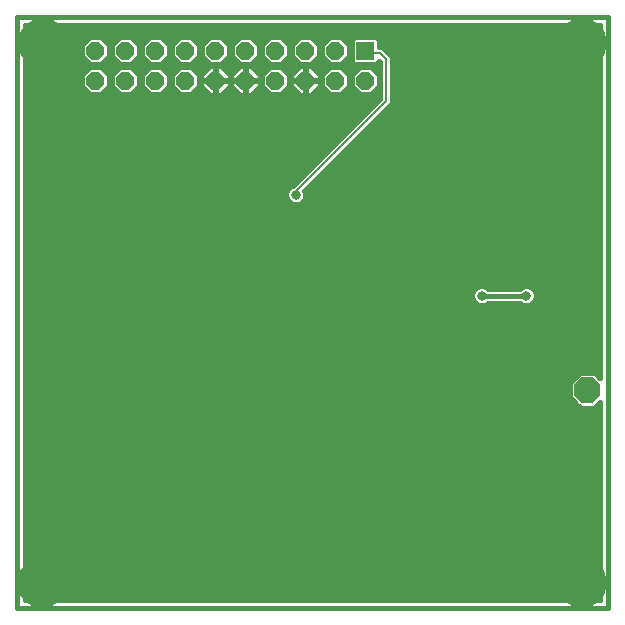
<source format=gbl>
G75*
%MOIN*%
%OFA0B0*%
%FSLAX25Y25*%
%IPPOS*%
%LPD*%
%AMOC8*
5,1,8,0,0,1.08239X$1,22.5*
%
%ADD10C,0.01600*%
%ADD11R,0.06000X0.06000*%
%ADD12OC8,0.06000*%
%ADD13OC8,0.08500*%
%ADD14C,0.03169*%
%ADD15C,0.16598*%
%ADD16C,0.00800*%
D10*
X0001800Y0001800D02*
X0198650Y0001800D01*
X0198650Y0198650D01*
X0001800Y0198650D01*
X0001800Y0001800D01*
X0004400Y0004400D02*
X0004400Y0196050D01*
X0196050Y0196050D01*
X0196050Y0078323D01*
X0194223Y0080150D01*
X0189377Y0080150D01*
X0185950Y0076723D01*
X0185950Y0071877D01*
X0189377Y0068450D01*
X0194223Y0068450D01*
X0196050Y0070277D01*
X0196050Y0004400D01*
X0004400Y0004400D01*
X0004400Y0004997D02*
X0196050Y0004997D01*
X0196050Y0006596D02*
X0004400Y0006596D01*
X0004400Y0008194D02*
X0196050Y0008194D01*
X0196050Y0009793D02*
X0004400Y0009793D01*
X0004400Y0011391D02*
X0196050Y0011391D01*
X0196050Y0012990D02*
X0004400Y0012990D01*
X0004400Y0014588D02*
X0196050Y0014588D01*
X0196050Y0016187D02*
X0004400Y0016187D01*
X0004400Y0017785D02*
X0196050Y0017785D01*
X0196050Y0019384D02*
X0004400Y0019384D01*
X0004400Y0020982D02*
X0196050Y0020982D01*
X0196050Y0022581D02*
X0004400Y0022581D01*
X0004400Y0024179D02*
X0196050Y0024179D01*
X0196050Y0025778D02*
X0004400Y0025778D01*
X0004400Y0027376D02*
X0196050Y0027376D01*
X0196050Y0028975D02*
X0004400Y0028975D01*
X0004400Y0030573D02*
X0196050Y0030573D01*
X0196050Y0032172D02*
X0004400Y0032172D01*
X0004400Y0033770D02*
X0196050Y0033770D01*
X0196050Y0035369D02*
X0004400Y0035369D01*
X0004400Y0036967D02*
X0196050Y0036967D01*
X0196050Y0038566D02*
X0004400Y0038566D01*
X0004400Y0040164D02*
X0196050Y0040164D01*
X0196050Y0041763D02*
X0004400Y0041763D01*
X0004400Y0043361D02*
X0196050Y0043361D01*
X0196050Y0044960D02*
X0004400Y0044960D01*
X0004400Y0046558D02*
X0196050Y0046558D01*
X0196050Y0048157D02*
X0004400Y0048157D01*
X0004400Y0049755D02*
X0196050Y0049755D01*
X0196050Y0051354D02*
X0004400Y0051354D01*
X0004400Y0052952D02*
X0196050Y0052952D01*
X0196050Y0054551D02*
X0004400Y0054551D01*
X0004400Y0056149D02*
X0196050Y0056149D01*
X0196050Y0057748D02*
X0004400Y0057748D01*
X0004400Y0059346D02*
X0196050Y0059346D01*
X0196050Y0060945D02*
X0004400Y0060945D01*
X0004400Y0062543D02*
X0196050Y0062543D01*
X0196050Y0064142D02*
X0004400Y0064142D01*
X0004400Y0065740D02*
X0196050Y0065740D01*
X0196050Y0067339D02*
X0004400Y0067339D01*
X0004400Y0068937D02*
X0188889Y0068937D01*
X0187291Y0070536D02*
X0004400Y0070536D01*
X0004400Y0072134D02*
X0185950Y0072134D01*
X0185950Y0073733D02*
X0004400Y0073733D01*
X0004400Y0075332D02*
X0185950Y0075332D01*
X0186157Y0076930D02*
X0004400Y0076930D01*
X0004400Y0078529D02*
X0187755Y0078529D01*
X0189354Y0080127D02*
X0004400Y0080127D01*
X0004400Y0081726D02*
X0196050Y0081726D01*
X0196050Y0083324D02*
X0004400Y0083324D01*
X0004400Y0084923D02*
X0196050Y0084923D01*
X0196050Y0086521D02*
X0004400Y0086521D01*
X0004400Y0088120D02*
X0196050Y0088120D01*
X0196050Y0089718D02*
X0004400Y0089718D01*
X0004400Y0091317D02*
X0196050Y0091317D01*
X0196050Y0092915D02*
X0004400Y0092915D01*
X0004400Y0094514D02*
X0196050Y0094514D01*
X0196050Y0096112D02*
X0004400Y0096112D01*
X0004400Y0097711D02*
X0196050Y0097711D01*
X0196050Y0099309D02*
X0004400Y0099309D01*
X0004400Y0100908D02*
X0196050Y0100908D01*
X0196050Y0102506D02*
X0004400Y0102506D01*
X0004400Y0104105D02*
X0153856Y0104105D01*
X0153901Y0103996D02*
X0154796Y0103101D01*
X0155967Y0102616D01*
X0157233Y0102616D01*
X0158404Y0103101D01*
X0158703Y0103400D01*
X0169297Y0103400D01*
X0169596Y0103101D01*
X0170767Y0102616D01*
X0172033Y0102616D01*
X0173204Y0103101D01*
X0174099Y0103996D01*
X0174584Y0105167D01*
X0174584Y0106433D01*
X0174099Y0107604D01*
X0173204Y0108499D01*
X0172033Y0108984D01*
X0170767Y0108984D01*
X0169596Y0108499D01*
X0169297Y0108200D01*
X0158703Y0108200D01*
X0158404Y0108499D01*
X0157233Y0108984D01*
X0155967Y0108984D01*
X0154796Y0108499D01*
X0153901Y0107604D01*
X0153416Y0106433D01*
X0153416Y0105167D01*
X0153901Y0103996D01*
X0153416Y0105703D02*
X0004400Y0105703D01*
X0004400Y0107302D02*
X0153775Y0107302D01*
X0155764Y0108900D02*
X0004400Y0108900D01*
X0004400Y0110499D02*
X0196050Y0110499D01*
X0196050Y0112097D02*
X0004400Y0112097D01*
X0004400Y0113696D02*
X0196050Y0113696D01*
X0196050Y0115294D02*
X0004400Y0115294D01*
X0004400Y0116893D02*
X0196050Y0116893D01*
X0196050Y0118491D02*
X0004400Y0118491D01*
X0004400Y0120090D02*
X0196050Y0120090D01*
X0196050Y0121688D02*
X0004400Y0121688D01*
X0004400Y0123287D02*
X0196050Y0123287D01*
X0196050Y0124885D02*
X0004400Y0124885D01*
X0004400Y0126484D02*
X0196050Y0126484D01*
X0196050Y0128082D02*
X0004400Y0128082D01*
X0004400Y0129681D02*
X0196050Y0129681D01*
X0196050Y0131279D02*
X0004400Y0131279D01*
X0004400Y0132878D02*
X0196050Y0132878D01*
X0196050Y0134476D02*
X0004400Y0134476D01*
X0004400Y0136075D02*
X0196050Y0136075D01*
X0196050Y0137673D02*
X0097331Y0137673D01*
X0097299Y0137596D02*
X0097784Y0138767D01*
X0097784Y0140033D01*
X0097514Y0140686D01*
X0125428Y0168600D01*
X0126600Y0169772D01*
X0126600Y0185428D01*
X0124600Y0187428D01*
X0123428Y0188600D01*
X0122463Y0188600D01*
X0122463Y0191191D01*
X0121526Y0192128D01*
X0114200Y0192128D01*
X0113263Y0191191D01*
X0113263Y0183866D01*
X0114200Y0182928D01*
X0121526Y0182928D01*
X0122463Y0183866D01*
X0122463Y0183909D01*
X0122600Y0183772D01*
X0122600Y0171428D01*
X0093607Y0142435D01*
X0092796Y0142099D01*
X0091901Y0141204D01*
X0091416Y0140033D01*
X0091416Y0138767D01*
X0091901Y0137596D01*
X0092796Y0136701D01*
X0093967Y0136216D01*
X0095233Y0136216D01*
X0096404Y0136701D01*
X0097299Y0137596D01*
X0097784Y0139272D02*
X0196050Y0139272D01*
X0196050Y0140870D02*
X0097699Y0140870D01*
X0099297Y0142469D02*
X0196050Y0142469D01*
X0196050Y0144068D02*
X0100896Y0144068D01*
X0102494Y0145666D02*
X0196050Y0145666D01*
X0196050Y0147265D02*
X0104093Y0147265D01*
X0105691Y0148863D02*
X0196050Y0148863D01*
X0196050Y0150462D02*
X0107290Y0150462D01*
X0108888Y0152060D02*
X0196050Y0152060D01*
X0196050Y0153659D02*
X0110487Y0153659D01*
X0112085Y0155257D02*
X0196050Y0155257D01*
X0196050Y0156856D02*
X0113684Y0156856D01*
X0115283Y0158454D02*
X0196050Y0158454D01*
X0196050Y0160053D02*
X0116881Y0160053D01*
X0118480Y0161651D02*
X0196050Y0161651D01*
X0196050Y0163250D02*
X0120078Y0163250D01*
X0121677Y0164848D02*
X0196050Y0164848D01*
X0196050Y0166447D02*
X0123275Y0166447D01*
X0124874Y0168045D02*
X0196050Y0168045D01*
X0196050Y0169644D02*
X0126472Y0169644D01*
X0126600Y0171242D02*
X0196050Y0171242D01*
X0196050Y0172841D02*
X0126600Y0172841D01*
X0126600Y0174439D02*
X0196050Y0174439D01*
X0196050Y0176038D02*
X0126600Y0176038D01*
X0126600Y0177636D02*
X0196050Y0177636D01*
X0196050Y0179235D02*
X0126600Y0179235D01*
X0126600Y0180833D02*
X0196050Y0180833D01*
X0196050Y0182432D02*
X0126600Y0182432D01*
X0126600Y0184030D02*
X0196050Y0184030D01*
X0196050Y0185629D02*
X0126400Y0185629D01*
X0124801Y0187227D02*
X0196050Y0187227D01*
X0196050Y0188826D02*
X0122463Y0188826D01*
X0122463Y0190424D02*
X0196050Y0190424D01*
X0196050Y0192023D02*
X0121631Y0192023D01*
X0114095Y0192023D02*
X0109874Y0192023D01*
X0109768Y0192128D02*
X0105958Y0192128D01*
X0103263Y0189434D01*
X0103263Y0185623D01*
X0105958Y0182928D01*
X0109768Y0182928D01*
X0112463Y0185623D01*
X0112463Y0189434D01*
X0109768Y0192128D01*
X0111472Y0190424D02*
X0113263Y0190424D01*
X0113263Y0188826D02*
X0112463Y0188826D01*
X0112463Y0187227D02*
X0113263Y0187227D01*
X0113263Y0185629D02*
X0112463Y0185629D01*
X0113263Y0184030D02*
X0110870Y0184030D01*
X0109768Y0182128D02*
X0105958Y0182128D01*
X0103263Y0179434D01*
X0103263Y0175623D01*
X0105958Y0172928D01*
X0109768Y0172928D01*
X0112463Y0175623D01*
X0112463Y0179434D01*
X0109768Y0182128D01*
X0111063Y0180833D02*
X0114663Y0180833D01*
X0115958Y0182128D02*
X0113263Y0179434D01*
X0113263Y0175623D01*
X0115958Y0172928D01*
X0119768Y0172928D01*
X0122463Y0175623D01*
X0122463Y0179434D01*
X0119768Y0182128D01*
X0115958Y0182128D01*
X0113263Y0179235D02*
X0112463Y0179235D01*
X0112463Y0177636D02*
X0113263Y0177636D01*
X0113263Y0176038D02*
X0112463Y0176038D01*
X0111279Y0174439D02*
X0114447Y0174439D01*
X0121279Y0174439D02*
X0122600Y0174439D01*
X0122600Y0172841D02*
X0099964Y0172841D01*
X0099851Y0172728D02*
X0102663Y0175540D01*
X0102663Y0177328D01*
X0098063Y0177328D01*
X0098063Y0172728D01*
X0099851Y0172728D01*
X0098063Y0172841D02*
X0097663Y0172841D01*
X0097663Y0172728D02*
X0097663Y0177328D01*
X0098063Y0177328D01*
X0098063Y0177728D01*
X0102663Y0177728D01*
X0102663Y0179517D01*
X0099851Y0182328D01*
X0098063Y0182328D01*
X0098063Y0177728D01*
X0097663Y0177728D01*
X0097663Y0177328D01*
X0093063Y0177328D01*
X0093063Y0175540D01*
X0095875Y0172728D01*
X0097663Y0172728D01*
X0097663Y0174439D02*
X0098063Y0174439D01*
X0098063Y0176038D02*
X0097663Y0176038D01*
X0097663Y0177636D02*
X0092463Y0177636D01*
X0093063Y0177728D02*
X0097663Y0177728D01*
X0097663Y0182328D01*
X0095875Y0182328D01*
X0093063Y0179517D01*
X0093063Y0177728D01*
X0093063Y0179235D02*
X0092463Y0179235D01*
X0092463Y0179434D02*
X0089768Y0182128D01*
X0085958Y0182128D01*
X0083263Y0179434D01*
X0083263Y0175623D01*
X0085958Y0172928D01*
X0089768Y0172928D01*
X0092463Y0175623D01*
X0092463Y0179434D01*
X0091063Y0180833D02*
X0094380Y0180833D01*
X0095958Y0182928D02*
X0099768Y0182928D01*
X0102463Y0185623D01*
X0102463Y0189434D01*
X0099768Y0192128D01*
X0095958Y0192128D01*
X0093263Y0189434D01*
X0093263Y0185623D01*
X0095958Y0182928D01*
X0094856Y0184030D02*
X0090870Y0184030D01*
X0089768Y0182928D02*
X0092463Y0185623D01*
X0092463Y0189434D01*
X0089768Y0192128D01*
X0085958Y0192128D01*
X0083263Y0189434D01*
X0083263Y0185623D01*
X0085958Y0182928D01*
X0089768Y0182928D01*
X0092463Y0185629D02*
X0093263Y0185629D01*
X0093263Y0187227D02*
X0092463Y0187227D01*
X0092463Y0188826D02*
X0093263Y0188826D01*
X0094254Y0190424D02*
X0091472Y0190424D01*
X0089874Y0192023D02*
X0095852Y0192023D01*
X0099874Y0192023D02*
X0105852Y0192023D01*
X0104254Y0190424D02*
X0101472Y0190424D01*
X0102463Y0188826D02*
X0103263Y0188826D01*
X0103263Y0187227D02*
X0102463Y0187227D01*
X0102463Y0185629D02*
X0103263Y0185629D01*
X0104856Y0184030D02*
X0100870Y0184030D01*
X0101346Y0180833D02*
X0104663Y0180833D01*
X0103263Y0179235D02*
X0102663Y0179235D01*
X0103263Y0177636D02*
X0098063Y0177636D01*
X0098063Y0179235D02*
X0097663Y0179235D01*
X0097663Y0180833D02*
X0098063Y0180833D01*
X0102663Y0176038D02*
X0103263Y0176038D01*
X0104447Y0174439D02*
X0101562Y0174439D01*
X0095762Y0172841D02*
X0079964Y0172841D01*
X0079851Y0172728D02*
X0082663Y0175540D01*
X0082663Y0177328D01*
X0078063Y0177328D01*
X0078063Y0172728D01*
X0079851Y0172728D01*
X0078063Y0172841D02*
X0077663Y0172841D01*
X0077663Y0172728D02*
X0077663Y0177328D01*
X0078063Y0177328D01*
X0078063Y0177728D01*
X0082663Y0177728D01*
X0082663Y0179517D01*
X0079851Y0182328D01*
X0078063Y0182328D01*
X0078063Y0177728D01*
X0077663Y0177728D01*
X0077663Y0177328D01*
X0073063Y0177328D01*
X0073063Y0175540D01*
X0075875Y0172728D01*
X0077663Y0172728D01*
X0077663Y0174439D02*
X0078063Y0174439D01*
X0078063Y0176038D02*
X0077663Y0176038D01*
X0077663Y0177636D02*
X0068063Y0177636D01*
X0068063Y0177728D02*
X0072663Y0177728D01*
X0072663Y0179517D01*
X0069851Y0182328D01*
X0068063Y0182328D01*
X0068063Y0177728D01*
X0068063Y0177328D01*
X0068063Y0172728D01*
X0069851Y0172728D01*
X0072663Y0175540D01*
X0072663Y0177328D01*
X0068063Y0177328D01*
X0067663Y0177328D01*
X0067663Y0172728D01*
X0065875Y0172728D01*
X0063063Y0175540D01*
X0063063Y0177328D01*
X0067663Y0177328D01*
X0067663Y0177728D01*
X0063063Y0177728D01*
X0063063Y0179517D01*
X0065875Y0182328D01*
X0067663Y0182328D01*
X0067663Y0177728D01*
X0068063Y0177728D01*
X0067663Y0177636D02*
X0062463Y0177636D01*
X0062463Y0176038D02*
X0063063Y0176038D01*
X0062463Y0175623D02*
X0059768Y0172928D01*
X0055958Y0172928D01*
X0053263Y0175623D01*
X0053263Y0179434D01*
X0055958Y0182128D01*
X0059768Y0182128D01*
X0062463Y0179434D01*
X0062463Y0175623D01*
X0061279Y0174439D02*
X0064164Y0174439D01*
X0065762Y0172841D02*
X0004400Y0172841D01*
X0004400Y0174439D02*
X0024447Y0174439D01*
X0023263Y0175623D02*
X0025958Y0172928D01*
X0029768Y0172928D01*
X0032463Y0175623D01*
X0032463Y0179434D01*
X0029768Y0182128D01*
X0025958Y0182128D01*
X0023263Y0179434D01*
X0023263Y0175623D01*
X0023263Y0176038D02*
X0004400Y0176038D01*
X0004400Y0177636D02*
X0023263Y0177636D01*
X0023263Y0179235D02*
X0004400Y0179235D01*
X0004400Y0180833D02*
X0024663Y0180833D01*
X0025958Y0182928D02*
X0029768Y0182928D01*
X0032463Y0185623D01*
X0032463Y0189434D01*
X0029768Y0192128D01*
X0025958Y0192128D01*
X0023263Y0189434D01*
X0023263Y0185623D01*
X0025958Y0182928D01*
X0024856Y0184030D02*
X0004400Y0184030D01*
X0004400Y0182432D02*
X0122600Y0182432D01*
X0122600Y0180833D02*
X0121063Y0180833D01*
X0122463Y0179235D02*
X0122600Y0179235D01*
X0122600Y0177636D02*
X0122463Y0177636D01*
X0122463Y0176038D02*
X0122600Y0176038D01*
X0122414Y0171242D02*
X0004400Y0171242D01*
X0004400Y0169644D02*
X0120815Y0169644D01*
X0119217Y0168045D02*
X0004400Y0168045D01*
X0004400Y0166447D02*
X0117618Y0166447D01*
X0116020Y0164848D02*
X0004400Y0164848D01*
X0004400Y0163250D02*
X0114421Y0163250D01*
X0112823Y0161651D02*
X0004400Y0161651D01*
X0004400Y0160053D02*
X0111224Y0160053D01*
X0109626Y0158454D02*
X0004400Y0158454D01*
X0004400Y0156856D02*
X0108027Y0156856D01*
X0106429Y0155257D02*
X0004400Y0155257D01*
X0004400Y0153659D02*
X0104830Y0153659D01*
X0103232Y0152060D02*
X0004400Y0152060D01*
X0004400Y0150462D02*
X0101633Y0150462D01*
X0100035Y0148863D02*
X0004400Y0148863D01*
X0004400Y0147265D02*
X0098436Y0147265D01*
X0096838Y0145666D02*
X0004400Y0145666D01*
X0004400Y0144068D02*
X0095239Y0144068D01*
X0093641Y0142469D02*
X0004400Y0142469D01*
X0004400Y0140870D02*
X0091762Y0140870D01*
X0091416Y0139272D02*
X0004400Y0139272D01*
X0004400Y0137673D02*
X0091869Y0137673D01*
X0075762Y0172841D02*
X0069964Y0172841D01*
X0068063Y0172841D02*
X0067663Y0172841D01*
X0067663Y0174439D02*
X0068063Y0174439D01*
X0068063Y0176038D02*
X0067663Y0176038D01*
X0067663Y0179235D02*
X0068063Y0179235D01*
X0068063Y0180833D02*
X0067663Y0180833D01*
X0065958Y0182928D02*
X0069768Y0182928D01*
X0072463Y0185623D01*
X0072463Y0189434D01*
X0069768Y0192128D01*
X0065958Y0192128D01*
X0063263Y0189434D01*
X0063263Y0185623D01*
X0065958Y0182928D01*
X0064856Y0184030D02*
X0060870Y0184030D01*
X0059768Y0182928D02*
X0062463Y0185623D01*
X0062463Y0189434D01*
X0059768Y0192128D01*
X0055958Y0192128D01*
X0053263Y0189434D01*
X0053263Y0185623D01*
X0055958Y0182928D01*
X0059768Y0182928D01*
X0061063Y0180833D02*
X0064380Y0180833D01*
X0063063Y0179235D02*
X0062463Y0179235D01*
X0062463Y0185629D02*
X0063263Y0185629D01*
X0063263Y0187227D02*
X0062463Y0187227D01*
X0062463Y0188826D02*
X0063263Y0188826D01*
X0064254Y0190424D02*
X0061472Y0190424D01*
X0059874Y0192023D02*
X0065852Y0192023D01*
X0069874Y0192023D02*
X0075852Y0192023D01*
X0075958Y0192128D02*
X0073263Y0189434D01*
X0073263Y0185623D01*
X0075958Y0182928D01*
X0079768Y0182928D01*
X0082463Y0185623D01*
X0082463Y0189434D01*
X0079768Y0192128D01*
X0075958Y0192128D01*
X0074254Y0190424D02*
X0071472Y0190424D01*
X0072463Y0188826D02*
X0073263Y0188826D01*
X0073263Y0187227D02*
X0072463Y0187227D01*
X0072463Y0185629D02*
X0073263Y0185629D01*
X0074856Y0184030D02*
X0070870Y0184030D01*
X0071346Y0180833D02*
X0074380Y0180833D01*
X0073063Y0179517D02*
X0075875Y0182328D01*
X0077663Y0182328D01*
X0077663Y0177728D01*
X0073063Y0177728D01*
X0073063Y0179517D01*
X0073063Y0179235D02*
X0072663Y0179235D01*
X0072663Y0176038D02*
X0073063Y0176038D01*
X0074164Y0174439D02*
X0071562Y0174439D01*
X0078063Y0177636D02*
X0083263Y0177636D01*
X0083263Y0176038D02*
X0082663Y0176038D01*
X0081562Y0174439D02*
X0084447Y0174439D01*
X0083263Y0179235D02*
X0082663Y0179235D01*
X0081346Y0180833D02*
X0084663Y0180833D01*
X0084856Y0184030D02*
X0080870Y0184030D01*
X0082463Y0185629D02*
X0083263Y0185629D01*
X0083263Y0187227D02*
X0082463Y0187227D01*
X0082463Y0188826D02*
X0083263Y0188826D01*
X0084254Y0190424D02*
X0081472Y0190424D01*
X0079874Y0192023D02*
X0085852Y0192023D01*
X0078063Y0180833D02*
X0077663Y0180833D01*
X0077663Y0179235D02*
X0078063Y0179235D01*
X0091279Y0174439D02*
X0094164Y0174439D01*
X0093063Y0176038D02*
X0092463Y0176038D01*
X0054447Y0174439D02*
X0051279Y0174439D01*
X0052463Y0175623D02*
X0049768Y0172928D01*
X0045958Y0172928D01*
X0043263Y0175623D01*
X0043263Y0179434D01*
X0045958Y0182128D01*
X0049768Y0182128D01*
X0052463Y0179434D01*
X0052463Y0175623D01*
X0052463Y0176038D02*
X0053263Y0176038D01*
X0053263Y0177636D02*
X0052463Y0177636D01*
X0052463Y0179235D02*
X0053263Y0179235D01*
X0054663Y0180833D02*
X0051063Y0180833D01*
X0049768Y0182928D02*
X0052463Y0185623D01*
X0052463Y0189434D01*
X0049768Y0192128D01*
X0045958Y0192128D01*
X0043263Y0189434D01*
X0043263Y0185623D01*
X0045958Y0182928D01*
X0049768Y0182928D01*
X0050870Y0184030D02*
X0054856Y0184030D01*
X0053263Y0185629D02*
X0052463Y0185629D01*
X0052463Y0187227D02*
X0053263Y0187227D01*
X0053263Y0188826D02*
X0052463Y0188826D01*
X0051472Y0190424D02*
X0054254Y0190424D01*
X0055852Y0192023D02*
X0049874Y0192023D01*
X0045852Y0192023D02*
X0039874Y0192023D01*
X0039768Y0192128D02*
X0035958Y0192128D01*
X0033263Y0189434D01*
X0033263Y0185623D01*
X0035958Y0182928D01*
X0039768Y0182928D01*
X0042463Y0185623D01*
X0042463Y0189434D01*
X0039768Y0192128D01*
X0041472Y0190424D02*
X0044254Y0190424D01*
X0043263Y0188826D02*
X0042463Y0188826D01*
X0042463Y0187227D02*
X0043263Y0187227D01*
X0043263Y0185629D02*
X0042463Y0185629D01*
X0040870Y0184030D02*
X0044856Y0184030D01*
X0044663Y0180833D02*
X0041063Y0180833D01*
X0039768Y0182128D02*
X0042463Y0179434D01*
X0042463Y0175623D01*
X0039768Y0172928D01*
X0035958Y0172928D01*
X0033263Y0175623D01*
X0033263Y0179434D01*
X0035958Y0182128D01*
X0039768Y0182128D01*
X0042463Y0179235D02*
X0043263Y0179235D01*
X0043263Y0177636D02*
X0042463Y0177636D01*
X0042463Y0176038D02*
X0043263Y0176038D01*
X0044447Y0174439D02*
X0041279Y0174439D01*
X0034447Y0174439D02*
X0031279Y0174439D01*
X0032463Y0176038D02*
X0033263Y0176038D01*
X0033263Y0177636D02*
X0032463Y0177636D01*
X0032463Y0179235D02*
X0033263Y0179235D01*
X0034663Y0180833D02*
X0031063Y0180833D01*
X0030870Y0184030D02*
X0034856Y0184030D01*
X0033263Y0185629D02*
X0032463Y0185629D01*
X0032463Y0187227D02*
X0033263Y0187227D01*
X0033263Y0188826D02*
X0032463Y0188826D01*
X0031472Y0190424D02*
X0034254Y0190424D01*
X0035852Y0192023D02*
X0029874Y0192023D01*
X0025852Y0192023D02*
X0004400Y0192023D01*
X0004400Y0193621D02*
X0196050Y0193621D01*
X0196050Y0195220D02*
X0004400Y0195220D01*
X0004400Y0190424D02*
X0024254Y0190424D01*
X0023263Y0188826D02*
X0004400Y0188826D01*
X0004400Y0187227D02*
X0023263Y0187227D01*
X0023263Y0185629D02*
X0004400Y0185629D01*
X0157436Y0108900D02*
X0170564Y0108900D01*
X0172236Y0108900D02*
X0196050Y0108900D01*
X0196050Y0107302D02*
X0174225Y0107302D01*
X0174584Y0105703D02*
X0196050Y0105703D01*
X0196050Y0104105D02*
X0174144Y0104105D01*
X0171400Y0105800D02*
X0156600Y0105800D01*
X0194246Y0080127D02*
X0196050Y0080127D01*
X0196050Y0078529D02*
X0195845Y0078529D01*
X0196050Y0068937D02*
X0194711Y0068937D01*
D11*
X0117863Y0187528D03*
D12*
X0117863Y0177528D03*
X0107863Y0177528D03*
X0097863Y0177528D03*
X0087863Y0177528D03*
X0077863Y0177528D03*
X0067863Y0177528D03*
X0057863Y0177528D03*
X0047863Y0177528D03*
X0037863Y0177528D03*
X0027863Y0177528D03*
X0027863Y0187528D03*
X0037863Y0187528D03*
X0047863Y0187528D03*
X0057863Y0187528D03*
X0067863Y0187528D03*
X0077863Y0187528D03*
X0087863Y0187528D03*
X0097863Y0187528D03*
X0107863Y0187528D03*
D13*
X0191800Y0074300D03*
D14*
X0194300Y0091800D03*
X0191800Y0106800D03*
X0191800Y0116800D03*
X0171800Y0116800D03*
X0171400Y0105800D03*
X0156600Y0105800D03*
X0154300Y0081800D03*
X0094600Y0139400D03*
X0091800Y0129300D03*
X0086800Y0116800D03*
X0066800Y0126800D03*
X0081800Y0141800D03*
X0101800Y0151800D03*
X0091800Y0081800D03*
X0091800Y0074300D03*
D15*
X0010116Y0010066D03*
X0010308Y0190048D03*
X0190116Y0190066D03*
X0190116Y0010066D03*
D16*
X0094600Y0139400D02*
X0094600Y0140600D01*
X0124600Y0170600D01*
X0124600Y0184600D01*
X0122600Y0186600D01*
X0119000Y0186600D01*
X0118200Y0187400D01*
X0117863Y0187528D01*
M02*

</source>
